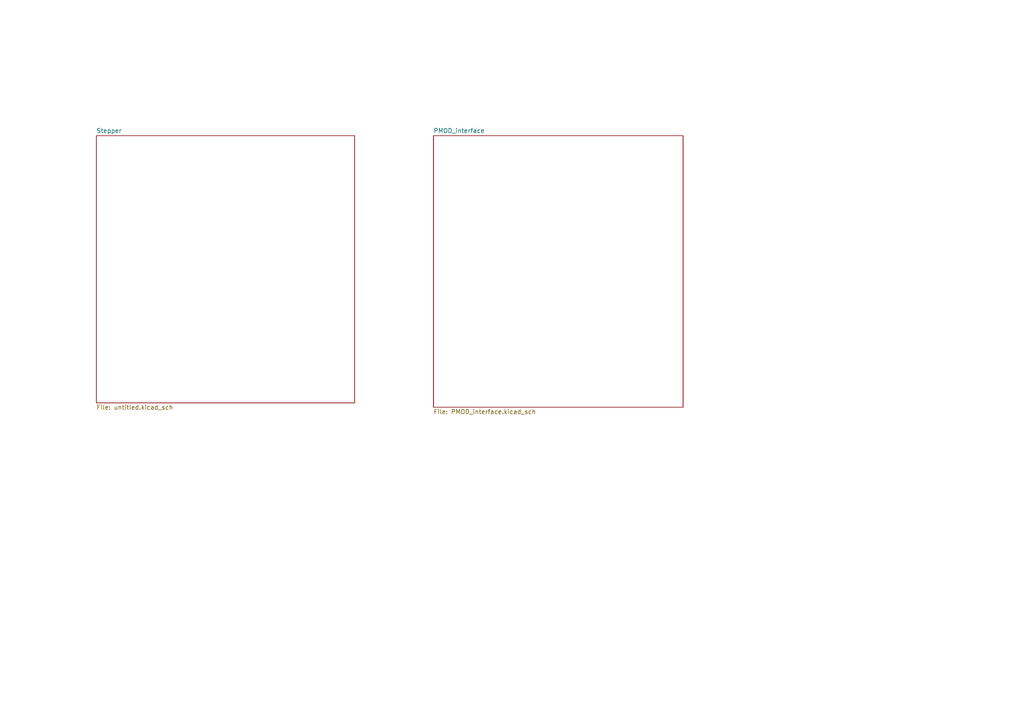
<source format=kicad_sch>
(kicad_sch (version 20230121) (generator eeschema)

  (uuid 89750a2e-d60a-49c9-9878-df499d5500bf)

  (paper "A4")

  (lib_symbols
  )


  (sheet (at 125.73 39.37) (size 72.39 78.74) (fields_autoplaced)
    (stroke (width 0.1524) (type solid))
    (fill (color 0 0 0 0.0000))
    (uuid a612c74f-b067-43ba-a045-23625b9c7925)
    (property "Sheetname" "PMOD_interface" (at 125.73 38.6584 0)
      (effects (font (size 1.27 1.27)) (justify left bottom))
    )
    (property "Sheetfile" "PMOD_interface.kicad_sch" (at 125.73 118.6946 0)
      (effects (font (size 1.27 1.27)) (justify left top))
    )
    (instances
      (project "PCB_V2"
        (path "/89750a2e-d60a-49c9-9878-df499d5500bf" (page "3"))
      )
    )
  )

  (sheet (at 27.94 39.37) (size 74.93 77.47) (fields_autoplaced)
    (stroke (width 0.1524) (type solid))
    (fill (color 0 0 0 0.0000))
    (uuid fc62b659-9675-426d-9d97-1604f2b90a81)
    (property "Sheetname" "Stepper" (at 27.94 38.6584 0)
      (effects (font (size 1.27 1.27)) (justify left bottom))
    )
    (property "Sheetfile" "untitled.kicad_sch" (at 27.94 117.4246 0)
      (effects (font (size 1.27 1.27)) (justify left top))
    )
    (instances
      (project "PCB_V2"
        (path "/89750a2e-d60a-49c9-9878-df499d5500bf" (page "2"))
      )
    )
  )

  (sheet_instances
    (path "/" (page "1"))
  )
)

</source>
